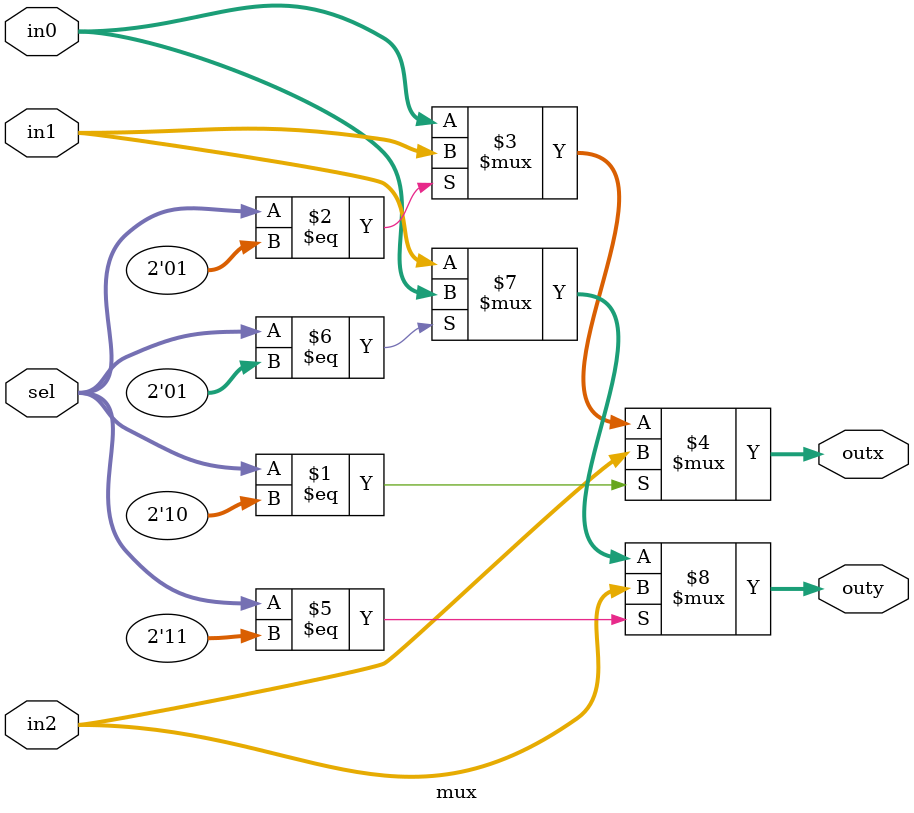
<source format=v>
`timescale 1ps / 1ps

module mux
#(
	parameter integer P_W = 32
) 
(
	input  wire [P_W-1:0] in0,		//W
	input  wire [P_W-1:0] in1,		//N
	input  wire [P_W-1:0] in2,		//PE
	input  wire [1:0]     sel,
	output wire [P_W-1:0] outx,		//E
	output wire [P_W-1:0] outy		//S
);

	assign outx = (sel == 2'b10) ? in2 : (sel == 2'b01) ? in1 : in0;
	assign outy = (sel == 2'b11) ? in2 : (sel == 2'b01) ? in0 : in1;

endmodule


</source>
